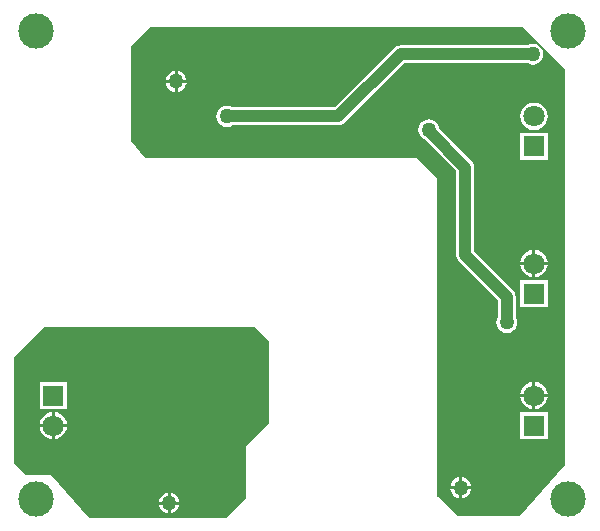
<source format=gbl>
G04 Layer_Physical_Order=2*
G04 Layer_Color=16711680*
%FSLAX25Y25*%
%MOIN*%
G70*
G01*
G75*
%ADD18C,0.01181*%
%ADD19C,0.03937*%
%ADD21C,0.07087*%
%ADD22R,0.07087X0.07087*%
%ADD23C,0.11811*%
%ADD24C,0.05000*%
G36*
X125984Y119291D02*
Y91964D01*
X118110Y84089D01*
Y66929D01*
X111417Y60236D01*
X65918D01*
X53320Y74803D01*
X44882Y74803D01*
X40945Y78740D01*
Y114173D01*
X50787Y124016D01*
X104127Y124016D01*
X121260D01*
X121260Y124016D01*
X125984Y119291D01*
D02*
G37*
G36*
X224438Y210005D02*
Y77934D01*
X209649Y61024D01*
X188786D01*
X182312Y67497D01*
Y67497D01*
X181919Y67754D01*
X181919Y173593D01*
X175034Y180478D01*
X84544Y180478D01*
X79921Y186025D01*
Y217717D01*
X86383Y224179D01*
X210265Y224179D01*
X224438Y210005D01*
D02*
G37*
%LPC*%
G36*
X58454Y90681D02*
X54437D01*
Y86664D01*
X55123Y86755D01*
X56228Y87213D01*
X57177Y87941D01*
X57906Y88890D01*
X58363Y89995D01*
X58454Y90681D01*
D02*
G37*
G36*
X53437D02*
X49420D01*
X49511Y89995D01*
X49968Y88890D01*
X50697Y87941D01*
X51646Y87213D01*
X52751Y86755D01*
X53437Y86664D01*
Y90681D01*
D02*
G37*
G36*
X58480Y105724D02*
X49394D01*
Y96638D01*
X58480D01*
Y105724D01*
D02*
G37*
G36*
X53437Y95698D02*
X52751Y95608D01*
X51646Y95150D01*
X50697Y94421D01*
X49968Y93472D01*
X49511Y92367D01*
X49420Y91681D01*
X53437D01*
Y95698D01*
D02*
G37*
G36*
X54437D02*
Y91681D01*
X58454D01*
X58363Y92367D01*
X57906Y93472D01*
X57177Y94421D01*
X56228Y95150D01*
X55123Y95608D01*
X54437Y95698D01*
D02*
G37*
G36*
X92020Y68819D02*
X91606Y68764D01*
X90755Y68412D01*
X90023Y67851D01*
X89463Y67119D01*
X89110Y66268D01*
X89055Y65854D01*
X92020D01*
Y68819D01*
D02*
G37*
G36*
X93020D02*
Y65854D01*
X95984D01*
X95930Y66268D01*
X95577Y67119D01*
X95016Y67851D01*
X94285Y68412D01*
X93433Y68764D01*
X93020Y68819D01*
D02*
G37*
G36*
X92020Y64854D02*
X89055D01*
X89110Y64441D01*
X89463Y63589D01*
X90023Y62858D01*
X90755Y62297D01*
X91606Y61944D01*
X92020Y61890D01*
Y64854D01*
D02*
G37*
G36*
X95984D02*
X93020D01*
Y61890D01*
X93433Y61944D01*
X94285Y62297D01*
X95016Y62858D01*
X95577Y63589D01*
X95930Y64441D01*
X95984Y64854D01*
D02*
G37*
G36*
X218717Y95724D02*
X209630D01*
Y86638D01*
X218717D01*
Y95724D01*
D02*
G37*
G36*
X213673Y100681D02*
X209657D01*
X209747Y99995D01*
X210205Y98890D01*
X210933Y97941D01*
X211882Y97212D01*
X212987Y96755D01*
X213673Y96664D01*
Y100681D01*
D02*
G37*
G36*
X189264Y73937D02*
X188850Y73882D01*
X187999Y73530D01*
X187268Y72969D01*
X186706Y72237D01*
X186354Y71386D01*
X186299Y70972D01*
X189264D01*
Y73937D01*
D02*
G37*
G36*
X190264D02*
Y70972D01*
X193228D01*
X193174Y71386D01*
X192821Y72237D01*
X192260Y72969D01*
X191529Y73530D01*
X190677Y73882D01*
X190264Y73937D01*
D02*
G37*
G36*
X189264Y69972D02*
X186299D01*
X186354Y69559D01*
X186706Y68707D01*
X187268Y67976D01*
X187999Y67415D01*
X188850Y67062D01*
X189264Y67008D01*
Y69972D01*
D02*
G37*
G36*
X193228D02*
X190264D01*
Y67008D01*
X190677Y67062D01*
X191529Y67415D01*
X192260Y67976D01*
X192821Y68707D01*
X193174Y69559D01*
X193228Y69972D01*
D02*
G37*
G36*
X214173Y198835D02*
X212987Y198678D01*
X211882Y198221D01*
X210933Y197492D01*
X210205Y196543D01*
X209747Y195438D01*
X209591Y194252D01*
X209747Y193066D01*
X210205Y191961D01*
X210933Y191012D01*
X211882Y190283D01*
X212987Y189826D01*
X214173Y189670D01*
X215359Y189826D01*
X216464Y190283D01*
X217413Y191012D01*
X218142Y191961D01*
X218600Y193066D01*
X218756Y194252D01*
X218600Y195438D01*
X218142Y196543D01*
X217413Y197492D01*
X216464Y198221D01*
X215359Y198678D01*
X214173Y198835D01*
D02*
G37*
G36*
X94382Y205405D02*
X91417D01*
X91472Y204992D01*
X91825Y204140D01*
X92386Y203409D01*
X93117Y202848D01*
X93968Y202496D01*
X94382Y202441D01*
Y205405D01*
D02*
G37*
G36*
X214673Y149674D02*
Y145658D01*
X218690D01*
X218600Y146344D01*
X218142Y147449D01*
X217413Y148398D01*
X216464Y149126D01*
X215359Y149584D01*
X214673Y149674D01*
D02*
G37*
G36*
X218717Y188795D02*
X209630D01*
Y179709D01*
X218717D01*
Y188795D01*
D02*
G37*
G36*
X95382Y209370D02*
Y206405D01*
X98346D01*
X98292Y206819D01*
X97939Y207671D01*
X97378Y208402D01*
X96647Y208963D01*
X95796Y209315D01*
X95382Y209370D01*
D02*
G37*
G36*
X213779Y218491D02*
X212866Y218371D01*
X212014Y218018D01*
X211932Y217955D01*
X169685D01*
X168910Y217853D01*
X168188Y217554D01*
X167568Y217078D01*
X147736Y197246D01*
X113658D01*
X113576Y197309D01*
X112725Y197662D01*
X111811Y197782D01*
X110897Y197662D01*
X110046Y197309D01*
X109315Y196748D01*
X108754Y196017D01*
X108401Y195166D01*
X108281Y194252D01*
X108401Y193338D01*
X108754Y192487D01*
X109315Y191756D01*
X110046Y191195D01*
X110897Y190842D01*
X111811Y190722D01*
X112725Y190842D01*
X113576Y191195D01*
X113658Y191258D01*
X148976D01*
X149751Y191360D01*
X150473Y191659D01*
X151093Y192135D01*
X170925Y211966D01*
X211932D01*
X212014Y211903D01*
X212866Y211551D01*
X213779Y211430D01*
X214693Y211551D01*
X215545Y211903D01*
X216276Y212464D01*
X216837Y213195D01*
X217189Y214047D01*
X217310Y214961D01*
X217189Y215874D01*
X216837Y216726D01*
X216276Y217457D01*
X215545Y218018D01*
X214693Y218371D01*
X213779Y218491D01*
D02*
G37*
G36*
X98346Y205405D02*
X95382D01*
Y202441D01*
X95796Y202496D01*
X96647Y202848D01*
X97378Y203409D01*
X97939Y204140D01*
X98292Y204992D01*
X98346Y205405D01*
D02*
G37*
G36*
X94382Y209370D02*
X93968Y209315D01*
X93117Y208963D01*
X92386Y208402D01*
X91825Y207671D01*
X91472Y206819D01*
X91417Y206405D01*
X94382D01*
Y209370D01*
D02*
G37*
G36*
X214673Y105698D02*
Y101681D01*
X218690D01*
X218600Y102367D01*
X218142Y103472D01*
X217413Y104421D01*
X216464Y105150D01*
X215359Y105607D01*
X214673Y105698D01*
D02*
G37*
G36*
X179134Y193294D02*
X178220Y193174D01*
X177369Y192821D01*
X176638Y192260D01*
X176077Y191529D01*
X175724Y190677D01*
X175604Y189764D01*
X175724Y188850D01*
X176077Y187999D01*
X176638Y187268D01*
X177369Y186706D01*
X177700Y186569D01*
X188345Y175925D01*
Y147942D01*
X188446Y147167D01*
X188746Y146444D01*
X189221Y145824D01*
X202124Y132922D01*
Y127438D01*
X202061Y127356D01*
X201708Y126504D01*
X201588Y125591D01*
X201708Y124677D01*
X202061Y123826D01*
X202622Y123094D01*
X203353Y122533D01*
X204204Y122181D01*
X205118Y122060D01*
X206032Y122181D01*
X206883Y122533D01*
X207614Y123094D01*
X208175Y123826D01*
X208528Y124677D01*
X208648Y125591D01*
X208528Y126504D01*
X208175Y127356D01*
X208112Y127438D01*
Y134162D01*
X208010Y134937D01*
X207711Y135659D01*
X207235Y136279D01*
X194333Y149182D01*
Y177165D01*
X194231Y177940D01*
X194055Y178363D01*
X193932Y178662D01*
X193456Y179282D01*
X182617Y190121D01*
X182544Y190677D01*
X182191Y191529D01*
X181630Y192260D01*
X180899Y192821D01*
X180048Y193174D01*
X179134Y193294D01*
D02*
G37*
G36*
X218690Y100681D02*
X214673D01*
Y96664D01*
X215359Y96755D01*
X216464Y97212D01*
X217413Y97941D01*
X218142Y98890D01*
X218600Y99995D01*
X218690Y100681D01*
D02*
G37*
G36*
X213673Y105698D02*
X212987Y105607D01*
X211882Y105150D01*
X210933Y104421D01*
X210205Y103472D01*
X209747Y102367D01*
X209657Y101681D01*
X213673D01*
Y105698D01*
D02*
G37*
G36*
X218690Y144658D02*
X214673D01*
Y140641D01*
X215359Y140731D01*
X216464Y141189D01*
X217413Y141917D01*
X218142Y142866D01*
X218600Y143971D01*
X218690Y144658D01*
D02*
G37*
G36*
X213673Y149674D02*
X212987Y149584D01*
X211882Y149126D01*
X210933Y148398D01*
X210205Y147449D01*
X209747Y146344D01*
X209657Y145658D01*
X213673D01*
Y149674D01*
D02*
G37*
G36*
X218717Y139701D02*
X209630D01*
Y130614D01*
X218717D01*
Y139701D01*
D02*
G37*
G36*
X213673Y144658D02*
X209657D01*
X209747Y143971D01*
X210205Y142866D01*
X210933Y141917D01*
X211882Y141189D01*
X212987Y140731D01*
X213673Y140641D01*
Y144658D01*
D02*
G37*
%LPD*%
D18*
X179134Y189370D02*
Y189764D01*
D19*
X111811Y194252D02*
X148976D01*
X191339Y147942D02*
Y177165D01*
X179134Y189370D02*
X191339Y177165D01*
Y147942D02*
X205118Y134162D01*
Y125591D02*
Y134162D01*
X169685Y214961D02*
X213779D01*
X148976Y194252D02*
X169685Y214961D01*
D21*
X214173Y194252D02*
D03*
Y145158D02*
D03*
Y101181D02*
D03*
X53937Y91181D02*
D03*
D22*
X214173Y184252D02*
D03*
Y135158D02*
D03*
Y91181D02*
D03*
X53937Y101181D02*
D03*
D23*
X48031Y222835D02*
D03*
X225590D02*
D03*
Y66535D02*
D03*
X48031D02*
D03*
D24*
X92520Y65354D02*
D03*
X189764Y70472D02*
D03*
X111811Y194252D02*
D03*
X179134Y189764D02*
D03*
X205118Y125591D02*
D03*
X213779Y214961D02*
D03*
X94882Y205906D02*
D03*
M02*

</source>
